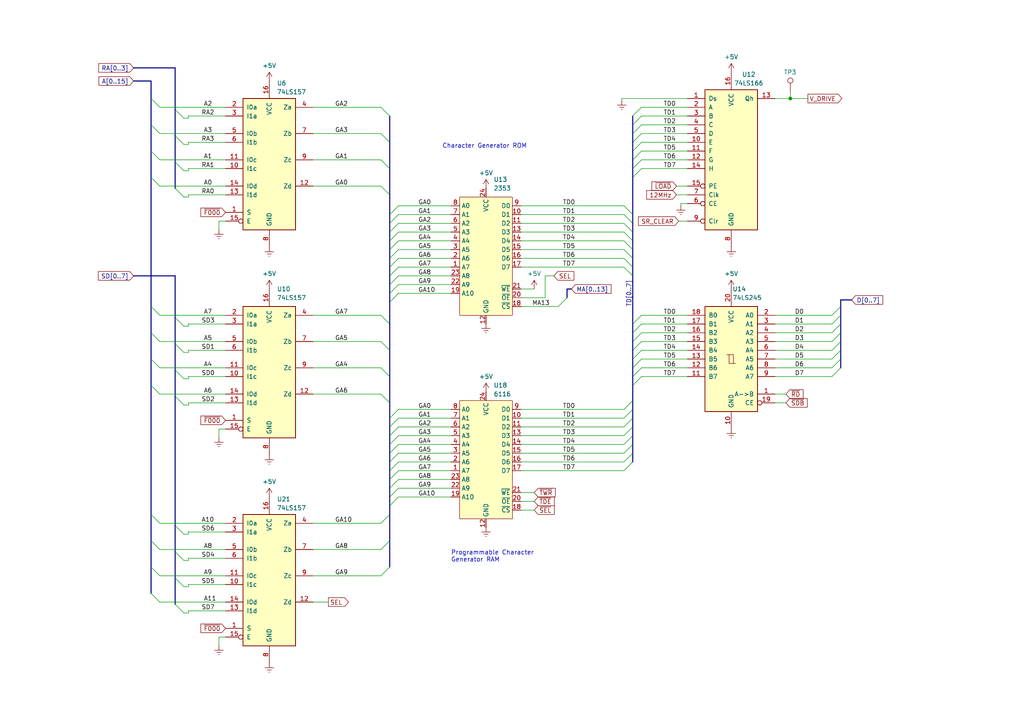
<source format=kicad_sch>
(kicad_sch (version 20230121) (generator eeschema)
  (paper "A4")
  (title_block (title "Microbee Kit") (date "1982") (rev "1") (comment 1 "(c) 1982 OJH MICROWORLD") (comment 2 "Schematic Resrawn by Rhys Weatherley"))
  (lib_symbols
    (symbol "74xx:74LS157" (pin_names (offset 1.016))
      (property "Reference" "U" (at -7.62 19.05 0))
      (property "Value" "74LS157" (at -7.62 -21.59 0))
      (symbol "74LS157_1_0"
        (pin input line (at -12.7 -15.24 0) (length 5.08) (name "S") (number "1"))
        (pin input line (at -12.7 -2.54 0) (length 5.08) (name "I1c") (number "10"))
        (pin input line (at -12.7 0 0) (length 5.08) (name "I0c") (number "11"))
        (pin output line (at 12.7 -7.62 180) (length 5.08) (name "Zd") (number "12"))
        (pin input line (at -12.7 -10.16 0) (length 5.08) (name "I1d") (number "13"))
        (pin input line (at -12.7 -7.62 0) (length 5.08) (name "I0d") (number "14"))
        (pin input inverted (at -12.7 -17.78 0) (length 5.08) (name "E") (number "15"))
        (pin power_in line (at 0 22.86 270) (length 5.08) (name "VCC") (number "16"))
        (pin input line (at -12.7 15.24 0) (length 5.08) (name "I0a") (number "2"))
        (pin input line (at -12.7 12.7 0) (length 5.08) (name "I1a") (number "3"))
        (pin output line (at 12.7 15.24 180) (length 5.08) (name "Za") (number "4"))
        (pin input line (at -12.7 7.62 0) (length 5.08) (name "I0b") (number "5"))
        (pin input line (at -12.7 5.08 0) (length 5.08) (name "I1b") (number "6"))
        (pin output line (at 12.7 7.62 180) (length 5.08) (name "Zb") (number "7"))
        (pin power_in line (at 0 -25.4 90) (length 5.08) (name "GND") (number "8"))
        (pin output line (at 12.7 0 180) (length 5.08) (name "Zc") (number "9"))
      )
      (symbol "74LS157_1_1"
        (rectangle (start -7.62 17.78) (end 7.62 -20.32) (stroke (width 0.254)) (fill (type background)))
      )
    )
    (symbol "74xx:74LS166" (pin_names (offset 1.016))
      (property "Reference" "U" (at -7.62 21.59 0))
      (property "Value" "74LS166" (at -7.62 -21.59 0))
      (symbol "74LS166_1_0"
        (pin input line (at -12.7 17.78 0) (length 5.08) (name "Ds") (number "1"))
        (pin input line (at -12.7 5.08 0) (length 5.08) (name "E") (number "10"))
        (pin input line (at -12.7 2.54 0) (length 5.08) (name "F") (number "11"))
        (pin input line (at -12.7 0 0) (length 5.08) (name "G") (number "12"))
        (pin output line (at 12.7 17.78 180) (length 5.08) (name "Qh") (number "13"))
        (pin input line (at -12.7 -2.54 0) (length 5.08) (name "H") (number "14"))
        (pin input inverted (at -12.7 -7.62 0) (length 5.08) (name "PE") (number "15"))
        (pin power_in line (at 0 25.4 270) (length 5.08) (name "VCC") (number "16"))
        (pin input line (at -12.7 15.24 0) (length 5.08) (name "A") (number "2"))
        (pin input line (at -12.7 12.7 0) (length 5.08) (name "B") (number "3"))
        (pin input line (at -12.7 10.16 0) (length 5.08) (name "C") (number "4"))
        (pin input line (at -12.7 7.62 0) (length 5.08) (name "D") (number "5"))
        (pin input inverted (at -12.7 -12.7 0) (length 5.08) (name "CE") (number "6"))
        (pin input line (at -12.7 -10.16 0) (length 5.08) (name "Clk") (number "7"))
        (pin power_in line (at 0 -25.4 90) (length 5.08) (name "GND") (number "8"))
        (pin input inverted (at -12.7 -17.78 0) (length 5.08) (name "Clr") (number "9"))
      )
      (symbol "74LS166_1_1"
        (rectangle (start -7.62 20.32) (end 7.62 -20.32) (stroke (width 0.254)) (fill (type background)))
      )
    )
    (symbol "74xx:74LS245" (pin_names (offset 1.016))
      (property "Reference" "U" (at -7.62 16.51 0))
      (property "Value" "74LS245" (at -7.62 -16.51 0))
      (symbol "74LS245_1_0"
        (polyline (pts (xy -0.635 -1.27) (xy -0.635 1.27) (xy 0.635 1.27)))
        (polyline (pts (xy -1.27 -1.27) (xy 0.635 -1.27) (xy 0.635 1.27) (xy 1.27 1.27)))
        (pin input line (at -12.7 -10.16 0) (length 5.08) (name "A->B") (number "1"))
        (pin power_in line (at 0 -20.32 90) (length 5.08) (name "GND") (number "10"))
        (pin tri_state line (at 12.7 -5.08 180) (length 5.08) (name "B7") (number "11"))
        (pin tri_state line (at 12.7 -2.54 180) (length 5.08) (name "B6") (number "12"))
        (pin tri_state line (at 12.7 0 180) (length 5.08) (name "B5") (number "13"))
        (pin tri_state line (at 12.7 2.54 180) (length 5.08) (name "B4") (number "14"))
        (pin tri_state line (at 12.7 5.08 180) (length 5.08) (name "B3") (number "15"))
        (pin tri_state line (at 12.7 7.62 180) (length 5.08) (name "B2") (number "16"))
        (pin tri_state line (at 12.7 10.16 180) (length 5.08) (name "B1") (number "17"))
        (pin tri_state line (at 12.7 12.7 180) (length 5.08) (name "B0") (number "18"))
        (pin input inverted (at -12.7 -12.7 0) (length 5.08) (name "CE") (number "19"))
        (pin tri_state line (at -12.7 12.7 0) (length 5.08) (name "A0") (number "2"))
        (pin power_in line (at 0 20.32 270) (length 5.08) (name "VCC") (number "20"))
        (pin tri_state line (at -12.7 10.16 0) (length 5.08) (name "A1") (number "3"))
        (pin tri_state line (at -12.7 7.62 0) (length 5.08) (name "A2") (number "4"))
        (pin tri_state line (at -12.7 5.08 0) (length 5.08) (name "A3") (number "5"))
        (pin tri_state line (at -12.7 2.54 0) (length 5.08) (name "A4") (number "6"))
        (pin tri_state line (at -12.7 0 0) (length 5.08) (name "A5") (number "7"))
        (pin tri_state line (at -12.7 -2.54 0) (length 5.08) (name "A6") (number "8"))
        (pin tri_state line (at -12.7 -5.08 0) (length 5.08) (name "A7") (number "9"))
      )
      (symbol "74LS245_1_1"
        (rectangle (start -7.62 15.24) (end 7.62 -15.24) (stroke (width 0.254)) (fill (type background)))
      )
    )
    (symbol "Connector:TestPoint" (pin_numbers hide) (pin_names (offset 0.762) hide)
      (property "Reference" "TP" (at 0 6.858 0))
      (property "Value" "TestPoint" (at 0 5.08 0))
      (symbol "TestPoint_0_1"
        (circle (center 0 3.302) (radius 0.762))
      )
      (symbol "TestPoint_1_1"
        (pin passive line (at 0 0 90) (length 2.54) (name "1") (number "1"))
      )
    )
    (symbol "RAM_6116:6116_2K_x_8_Static_RAM"
      (property "Reference" "U" (at 3.81 2.54 0))
      (property "Value" "6116" (at 5.08 0 0))
      (symbol "6116_2K_x_8_Static_RAM_1_1"
        (rectangle (start -7.62 -2.54) (end 7.62 -36.83) (fill (type background)))
        (pin input line (at -10.16 -22.86 0) (length 2.54) (name "A7") (number "1"))
        (pin bidirectional line (at 10.16 -7.62 180) (length 2.54) (name "D1") (number "10"))
        (pin bidirectional line (at 10.16 -10.16 180) (length 2.54) (name "D2") (number "11"))
        (pin power_in line (at 0 -39.37 90) (length 2.54) (name "GND") (number "12"))
        (pin bidirectional line (at 10.16 -12.7 180) (length 2.54) (name "D3") (number "13"))
        (pin bidirectional line (at 10.16 -15.24 180) (length 2.54) (name "D4") (number "14"))
        (pin bidirectional line (at 10.16 -17.78 180) (length 2.54) (name "D5") (number "15"))
        (pin bidirectional line (at 10.16 -20.32 180) (length 2.54) (name "D6") (number "16"))
        (pin bidirectional line (at 10.16 -22.86 180) (length 2.54) (name "D7") (number "17"))
        (pin input line (at 10.16 -34.29 180) (length 2.54) (name "~{CS}") (number "18"))
        (pin input line (at -10.16 -30.48 0) (length 2.54) (name "A10") (number "19"))
        (pin input line (at -10.16 -20.32 0) (length 2.54) (name "A6") (number "2"))
        (pin input line (at 10.16 -31.75 180) (length 2.54) (name "~{OE}") (number "20"))
        (pin input line (at 10.16 -29.21 180) (length 2.54) (name "~{WE}") (number "21"))
        (pin input line (at -10.16 -27.94 0) (length 2.54) (name "A9") (number "22"))
        (pin input line (at -10.16 -25.4 0) (length 2.54) (name "A8") (number "23"))
        (pin power_in line (at 0 0 270) (length 2.54) (name "VCC") (number "24"))
        (pin input line (at -10.16 -17.78 0) (length 2.54) (name "A5") (number "3"))
        (pin input line (at -10.16 -15.24 0) (length 2.54) (name "A4") (number "4"))
        (pin input line (at -10.16 -12.7 0) (length 2.54) (name "A3") (number "5"))
        (pin input line (at -10.16 -10.16 0) (length 2.54) (name "A2") (number "6"))
        (pin input line (at -10.16 -7.62 0) (length 2.54) (name "A1") (number "7"))
        (pin input line (at -10.16 -5.08 0) (length 2.54) (name "A0") (number "8"))
        (pin bidirectional line (at 10.16 -5.08 180) (length 2.54) (name "D0") (number "9"))
      )
    )
    (symbol "power:+5V" (power) (pin_names (offset 0))
      (property "Value" "+5V" (at 0 3.556 0))
      (symbol "+5V_0_1"
        (polyline (pts (xy -0.762 1.27) (xy 0 2.54)))
        (polyline (pts (xy 0 0) (xy 0 2.54)))
        (polyline (pts (xy 0 2.54) (xy 0.762 1.27)))
      )
      (symbol "+5V_1_1"
        (pin power_in line (at 0 0 90) (length 0) hide (name "+5V") (number "1"))
      )
    )
    (symbol "power:Earth" (power) (pin_names (offset 0))
      (symbol "Earth_0_1"
        (polyline (pts (xy -0.635 -1.905) (xy 0.635 -1.905)))
        (polyline (pts (xy -0.127 -2.54) (xy 0.127 -2.54)))
        (polyline (pts (xy 0 -1.27) (xy 0 0)))
        (polyline (pts (xy 1.27 -1.27) (xy -1.27 -1.27)))
      )
      (symbol "Earth_1_1"
        (pin power_in line (at 0 0 270) (length 0) hide (name "Earth") (number "1"))
      )
    )
  )
  (junction (at 229.235 28.575))
  (bus_entry (at 50.8 39.37) (size 2.54 2.54))
  (bus_entry (at 110.49 167.005) (size 2.54 -2.54))
  (bus_entry (at 241.3 91.44) (size 2.54 -2.54))
  (bus_entry (at 110.49 106.68) (size 2.54 2.54))
  (bus_entry (at 183.515 69.85) (size -2.54 -2.54))
  (bus_entry (at 241.3 93.98) (size 2.54 -2.54))
  (bus_entry (at 113.03 133.985) (size 2.54 -2.54))
  (bus_entry (at 50.8 160.02) (size 2.54 2.54))
  (bus_entry (at 241.3 96.52) (size 2.54 -2.54))
  (bus_entry (at 43.815 88.9) (size 2.54 2.54))
  (bus_entry (at 183.515 36.195) (size 2.54 -2.54))
  (bus_entry (at 43.815 28.575) (size 2.54 2.54))
  (bus_entry (at 50.8 92.075) (size 2.54 2.54))
  (bus_entry (at 43.815 149.225) (size 2.54 2.54))
  (bus_entry (at 50.8 114.935) (size 2.54 2.54))
  (bus_entry (at 113.03 146.685) (size 2.54 -2.54))
  (bus_entry (at 183.515 64.77) (size -2.54 -2.54))
  (bus_entry (at 113.03 62.23) (size 2.54 -2.54))
  (bus_entry (at 113.03 139.065) (size 2.54 -2.54))
  (bus_entry (at 113.03 82.55) (size 2.54 -2.54))
  (bus_entry (at 113.03 128.905) (size 2.54 -2.54))
  (bus_entry (at 183.515 38.735) (size 2.54 -2.54))
  (bus_entry (at 180.975 128.905) (size 2.54 -2.54))
  (bus_entry (at 43.815 172.085) (size 2.54 2.54))
  (bus_entry (at 183.515 43.815) (size 2.54 -2.54))
  (bus_entry (at 161.925 88.9) (size 2.54 -2.54))
  (bus_entry (at 113.03 64.77) (size 2.54 -2.54))
  (bus_entry (at 183.515 67.31) (size -2.54 -2.54))
  (bus_entry (at 113.03 121.285) (size 2.54 -2.54))
  (bus_entry (at 241.3 99.06) (size 2.54 -2.54))
  (bus_entry (at 113.03 144.145) (size 2.54 -2.54))
  (bus_entry (at 113.03 72.39) (size 2.54 -2.54))
  (bus_entry (at 180.975 131.445) (size 2.54 -2.54))
  (bus_entry (at 113.03 85.09) (size 2.54 -2.54))
  (bus_entry (at 183.515 111.76) (size 2.54 -2.54))
  (bus_entry (at 110.49 151.765) (size 2.54 -2.54))
  (bus_entry (at 113.03 136.525) (size 2.54 -2.54))
  (bus_entry (at 50.8 46.99) (size 2.54 2.54))
  (bus_entry (at 183.515 80.01) (size -2.54 -2.54))
  (bus_entry (at 183.515 96.52) (size 2.54 -2.54))
  (bus_entry (at 50.8 54.61) (size 2.54 2.54))
  (bus_entry (at 113.03 69.85) (size 2.54 -2.54))
  (bus_entry (at 113.03 77.47) (size 2.54 -2.54))
  (bus_entry (at 180.975 126.365) (size 2.54 -2.54))
  (bus_entry (at 110.49 46.355) (size 2.54 2.54))
  (bus_entry (at 241.3 106.68) (size 2.54 -2.54))
  (bus_entry (at 183.515 48.895) (size 2.54 -2.54))
  (bus_entry (at 180.975 121.285) (size 2.54 -2.54))
  (bus_entry (at 113.03 131.445) (size 2.54 -2.54))
  (bus_entry (at 43.815 51.435) (size 2.54 2.54))
  (bus_entry (at 43.815 96.52) (size 2.54 2.54))
  (bus_entry (at 183.515 62.23) (size -2.54 -2.54))
  (bus_entry (at 113.03 67.31) (size 2.54 -2.54))
  (bus_entry (at 183.515 104.14) (size 2.54 -2.54))
  (bus_entry (at 183.515 41.275) (size 2.54 -2.54))
  (bus_entry (at 110.49 114.3) (size 2.54 2.54))
  (bus_entry (at 43.815 164.465) (size 2.54 2.54))
  (bus_entry (at 50.8 167.64) (size 2.54 2.54))
  (bus_entry (at 113.03 126.365) (size 2.54 -2.54))
  (bus_entry (at 183.515 51.435) (size 2.54 -2.54))
  (bus_entry (at 183.515 101.6) (size 2.54 -2.54))
  (bus_entry (at 110.49 31.115) (size 2.54 2.54))
  (bus_entry (at 110.49 38.735) (size 2.54 2.54))
  (bus_entry (at 113.03 123.825) (size 2.54 -2.54))
  (bus_entry (at 183.515 77.47) (size -2.54 -2.54))
  (bus_entry (at 110.49 91.44) (size 2.54 2.54))
  (bus_entry (at 50.8 31.75) (size 2.54 2.54))
  (bus_entry (at 43.815 156.845) (size 2.54 2.54))
  (bus_entry (at 113.03 87.63) (size 2.54 -2.54))
  (bus_entry (at 113.03 80.01) (size 2.54 -2.54))
  (bus_entry (at 43.815 36.195) (size 2.54 2.54))
  (bus_entry (at 180.975 136.525) (size 2.54 -2.54))
  (bus_entry (at 180.975 118.745) (size 2.54 -2.54))
  (bus_entry (at 43.815 111.76) (size 2.54 2.54))
  (bus_entry (at 183.515 33.655) (size 2.54 -2.54))
  (bus_entry (at 241.3 104.14) (size 2.54 -2.54))
  (bus_entry (at 183.515 106.68) (size 2.54 -2.54))
  (bus_entry (at 50.8 107.315) (size 2.54 2.54))
  (bus_entry (at 183.515 72.39) (size -2.54 -2.54))
  (bus_entry (at 183.515 99.06) (size 2.54 -2.54))
  (bus_entry (at 183.515 109.22) (size 2.54 -2.54))
  (bus_entry (at 180.975 133.985) (size 2.54 -2.54))
  (bus_entry (at 50.8 175.26) (size 2.54 2.54))
  (bus_entry (at 113.03 141.605) (size 2.54 -2.54))
  (bus_entry (at 183.515 74.93) (size -2.54 -2.54))
  (bus_entry (at 241.3 101.6) (size 2.54 -2.54))
  (bus_entry (at 110.49 159.385) (size 2.54 -2.54))
  (bus_entry (at 183.515 46.355) (size 2.54 -2.54))
  (bus_entry (at 50.8 152.4) (size 2.54 2.54))
  (bus_entry (at 43.815 104.14) (size 2.54 2.54))
  (bus_entry (at 110.49 99.06) (size 2.54 2.54))
  (bus_entry (at 43.815 43.815) (size 2.54 2.54))
  (bus_entry (at 50.8 99.695) (size 2.54 2.54))
  (bus_entry (at 110.49 53.975) (size 2.54 2.54))
  (bus_entry (at 183.515 93.98) (size 2.54 -2.54))
  (bus_entry (at 241.3 109.22) (size 2.54 -2.54))
  (bus_entry (at 113.03 74.93) (size 2.54 -2.54))
  (bus_entry (at 180.975 123.825) (size 2.54 -2.54))
  (wire (pts (xy 224.79 109.22) (xy 241.3 109.22)))
  (wire (pts (xy 54.61 109.22) (xy 65.405 109.22)))
  (bus (pts (xy 113.03 48.895) (xy 113.03 56.515)))
  (bus (pts (xy 50.8 31.75) (xy 50.8 39.37)))
  (bus (pts (xy 243.84 86.995) (xy 247.015 86.995)))
  (wire (pts (xy 196.85 64.135) (xy 199.39 64.135)))
  (wire (pts (xy 115.57 131.445) (xy 130.81 131.445)))
  (bus (pts (xy 113.03 85.09) (xy 113.03 87.63)))
  (wire (pts (xy 54.61 109.855) (xy 53.34 109.855)))
  (wire (pts (xy 46.355 31.115) (xy 65.405 31.115)))
  (wire (pts (xy 199.39 59.055) (xy 197.485 59.055)))
  (wire (pts (xy 54.61 169.545) (xy 65.405 169.545)))
  (wire (pts (xy 186.055 46.355) (xy 199.39 46.355)))
  (wire (pts (xy 65.405 184.785) (xy 63.5 184.785)))
  (bus (pts (xy 113.03 144.145) (xy 113.03 146.685)))
  (wire (pts (xy 90.805 38.735) (xy 110.49 38.735)))
  (wire (pts (xy 54.61 93.98) (xy 65.405 93.98)))
  (bus (pts (xy 38.735 80.01) (xy 50.8 80.01)))
  (bus (pts (xy 113.03 33.655) (xy 113.03 41.275)))
  (wire (pts (xy 224.79 101.6) (xy 241.3 101.6)))
  (wire (pts (xy 90.805 53.975) (xy 110.49 53.975)))
  (wire (pts (xy 90.805 99.06) (xy 110.49 99.06)))
  (bus (pts (xy 43.815 43.815) (xy 43.815 51.435)))
  (bus (pts (xy 183.515 46.355) (xy 183.515 48.895)))
  (bus (pts (xy 113.03 87.63) (xy 113.03 93.98)))
  (bus (pts (xy 50.8 19.685) (xy 50.8 31.75)))
  (wire (pts (xy 115.57 118.745) (xy 130.81 118.745)))
  (wire (pts (xy 54.61 48.895) (xy 65.405 48.895)))
  (wire (pts (xy 151.13 128.905) (xy 180.975 128.905)))
  (bus (pts (xy 243.84 96.52) (xy 243.84 93.98)))
  (wire (pts (xy 151.13 88.9) (xy 161.925 88.9)))
  (wire (pts (xy 151.13 59.69) (xy 180.975 59.69)))
  (wire (pts (xy 54.61 34.29) (xy 53.34 34.29)))
  (wire (pts (xy 54.61 41.91) (xy 53.34 41.91)))
  (wire (pts (xy 46.355 159.385) (xy 65.405 159.385)))
  (wire (pts (xy 54.61 177.165) (xy 65.405 177.165)))
  (bus (pts (xy 243.84 93.98) (xy 243.84 91.44)))
  (wire (pts (xy 151.13 145.415) (xy 154.94 145.415)))
  (bus (pts (xy 243.84 106.68) (xy 243.84 104.14)))
  (bus (pts (xy 183.515 111.76) (xy 183.515 116.205)))
  (bus (pts (xy 183.515 123.825) (xy 183.515 126.365)))
  (wire (pts (xy 90.805 106.68) (xy 110.49 106.68)))
  (wire (pts (xy 46.355 91.44) (xy 65.405 91.44)))
  (wire (pts (xy 186.055 33.655) (xy 199.39 33.655)))
  (wire (pts (xy 65.405 124.46) (xy 63.5 124.46)))
  (wire (pts (xy 151.13 121.285) (xy 180.975 121.285)))
  (wire (pts (xy 54.61 154.305) (xy 65.405 154.305)))
  (wire (pts (xy 54.61 102.235) (xy 53.34 102.235)))
  (bus (pts (xy 50.8 152.4) (xy 50.8 160.02)))
  (bus (pts (xy 183.515 69.85) (xy 183.515 72.39)))
  (bus (pts (xy 183.515 77.47) (xy 183.515 80.01)))
  (bus (pts (xy 113.03 128.905) (xy 113.03 131.445)))
  (wire (pts (xy 115.57 144.145) (xy 130.81 144.145)))
  (wire (pts (xy 186.055 106.68) (xy 199.39 106.68)))
  (wire (pts (xy 224.79 116.84) (xy 227.965 116.84)))
  (wire (pts (xy 151.13 67.31) (xy 180.975 67.31)))
  (wire (pts (xy 115.57 136.525) (xy 130.81 136.525)))
  (wire (pts (xy 115.57 62.23) (xy 130.81 62.23)))
  (wire (pts (xy 115.57 133.985) (xy 130.81 133.985)))
  (bus (pts (xy 113.03 80.01) (xy 113.03 82.55)))
  (wire (pts (xy 54.61 177.8) (xy 53.34 177.8)))
  (bus (pts (xy 50.8 167.64) (xy 50.8 175.26)))
  (wire (pts (xy 115.57 80.01) (xy 130.81 80.01)))
  (bus (pts (xy 183.515 96.52) (xy 183.515 99.06)))
  (bus (pts (xy 50.8 39.37) (xy 50.8 46.99)))
  (wire (pts (xy 151.13 123.825) (xy 180.975 123.825)))
  (bus (pts (xy 50.8 92.075) (xy 50.8 99.695)))
  (wire (pts (xy 196.215 53.975) (xy 199.39 53.975)))
  (wire (pts (xy 186.055 91.44) (xy 199.39 91.44)))
  (wire (pts (xy 186.055 104.14) (xy 199.39 104.14)))
  (wire (pts (xy 115.57 74.93) (xy 130.81 74.93)))
  (bus (pts (xy 183.515 33.655) (xy 183.515 36.195)))
  (wire (pts (xy 54.61 170.18) (xy 54.61 169.545)))
  (bus (pts (xy 183.515 72.39) (xy 183.515 74.93)))
  (bus (pts (xy 113.03 116.84) (xy 113.03 121.285)))
  (bus (pts (xy 113.03 56.515) (xy 113.03 62.23)))
  (wire (pts (xy 54.61 162.56) (xy 54.61 161.925)))
  (bus (pts (xy 43.815 164.465) (xy 43.815 172.085)))
  (wire (pts (xy 90.805 151.765) (xy 110.49 151.765)))
  (wire (pts (xy 224.79 99.06) (xy 241.3 99.06)))
  (wire (pts (xy 90.805 159.385) (xy 110.49 159.385)))
  (bus (pts (xy 43.815 28.575) (xy 43.815 36.195)))
  (bus (pts (xy 38.735 19.685) (xy 50.8 19.685)))
  (bus (pts (xy 43.815 51.435) (xy 43.815 88.9)))
  (bus (pts (xy 43.815 88.9) (xy 43.815 96.52)))
  (wire (pts (xy 54.61 41.275) (xy 65.405 41.275)))
  (wire (pts (xy 224.79 28.575) (xy 229.235 28.575)))
  (wire (pts (xy 90.805 167.005) (xy 110.49 167.005)))
  (bus (pts (xy 183.515 36.195) (xy 183.515 38.735)))
  (wire (pts (xy 63.5 184.785) (xy 63.5 187.325)))
  (wire (pts (xy 54.61 57.15) (xy 54.61 56.515)))
  (bus (pts (xy 113.03 149.225) (xy 113.03 156.845)))
  (bus (pts (xy 50.8 80.01) (xy 50.8 92.075)))
  (wire (pts (xy 158.115 80.01) (xy 160.655 80.01)))
  (bus (pts (xy 183.515 121.285) (xy 183.515 123.825)))
  (bus (pts (xy 183.515 118.745) (xy 183.515 121.285)))
  (wire (pts (xy 151.13 133.985) (xy 180.975 133.985)))
  (bus (pts (xy 183.515 131.445) (xy 183.515 133.985)))
  (wire (pts (xy 54.61 33.655) (xy 65.405 33.655)))
  (bus (pts (xy 183.515 67.31) (xy 183.515 69.85)))
  (bus (pts (xy 183.515 74.93) (xy 183.515 77.47)))
  (wire (pts (xy 54.61 154.94) (xy 54.61 154.305)))
  (wire (pts (xy 54.61 101.6) (xy 65.405 101.6)))
  (wire (pts (xy 54.61 154.94) (xy 53.34 154.94)))
  (bus (pts (xy 43.815 104.14) (xy 43.815 111.76)))
  (wire (pts (xy 151.13 64.77) (xy 180.975 64.77)))
  (bus (pts (xy 243.84 88.9) (xy 243.84 86.995)))
  (wire (pts (xy 115.57 126.365) (xy 130.81 126.365)))
  (bus (pts (xy 113.03 101.6) (xy 113.03 109.22)))
  (wire (pts (xy 46.355 151.765) (xy 65.405 151.765)))
  (wire (pts (xy 199.39 28.575) (xy 180.34 28.575)))
  (wire (pts (xy 158.115 86.36) (xy 158.115 80.01)))
  (bus (pts (xy 113.03 72.39) (xy 113.03 74.93)))
  (wire (pts (xy 180.34 28.575) (xy 180.34 29.21)))
  (bus (pts (xy 43.815 23.495) (xy 43.815 28.575)))
  (wire (pts (xy 224.79 104.14) (xy 241.3 104.14)))
  (bus (pts (xy 113.03 141.605) (xy 113.03 144.145)))
  (wire (pts (xy 151.13 142.875) (xy 154.94 142.875)))
  (wire (pts (xy 186.055 36.195) (xy 199.39 36.195)))
  (bus (pts (xy 243.84 104.14) (xy 243.84 101.6)))
  (wire (pts (xy 224.79 96.52) (xy 241.3 96.52)))
  (wire (pts (xy 197.485 59.055) (xy 197.485 59.69)))
  (wire (pts (xy 54.61 34.29) (xy 54.61 33.655)))
  (wire (pts (xy 151.13 136.525) (xy 180.975 136.525)))
  (bus (pts (xy 50.8 114.935) (xy 50.8 152.4)))
  (bus (pts (xy 113.03 139.065) (xy 113.03 141.605)))
  (wire (pts (xy 224.79 114.3) (xy 227.965 114.3)))
  (bus (pts (xy 183.515 126.365) (xy 183.515 128.905)))
  (wire (pts (xy 54.61 117.475) (xy 54.61 116.84)))
  (bus (pts (xy 113.03 93.98) (xy 113.03 101.6)))
  (bus (pts (xy 50.8 107.315) (xy 50.8 114.935)))
  (bus (pts (xy 50.8 99.695) (xy 50.8 107.315)))
  (wire (pts (xy 115.57 85.09) (xy 130.81 85.09)))
  (bus (pts (xy 183.515 51.435) (xy 183.515 62.23)))
  (wire (pts (xy 186.055 48.895) (xy 199.39 48.895)))
  (bus (pts (xy 113.03 64.77) (xy 113.03 67.31)))
  (wire (pts (xy 54.61 109.855) (xy 54.61 109.22)))
  (bus (pts (xy 43.815 96.52) (xy 43.815 104.14)))
  (bus (pts (xy 43.815 111.76) (xy 43.815 149.225)))
  (wire (pts (xy 186.055 96.52) (xy 199.39 96.52)))
  (bus (pts (xy 38.735 23.495) (xy 43.815 23.495)))
  (wire (pts (xy 54.61 94.615) (xy 53.34 94.615)))
  (bus (pts (xy 183.515 101.6) (xy 183.515 104.14)))
  (wire (pts (xy 224.79 91.44) (xy 241.3 91.44)))
  (wire (pts (xy 151.13 74.93) (xy 180.975 74.93)))
  (wire (pts (xy 90.805 114.3) (xy 110.49 114.3)))
  (wire (pts (xy 115.57 82.55) (xy 130.81 82.55)))
  (wire (pts (xy 151.13 72.39) (xy 180.975 72.39)))
  (wire (pts (xy 63.5 124.46) (xy 63.5 127)))
  (bus (pts (xy 113.03 156.845) (xy 113.03 164.465)))
  (wire (pts (xy 115.57 121.285) (xy 130.81 121.285)))
  (wire (pts (xy 115.57 139.065) (xy 130.81 139.065)))
  (bus (pts (xy 183.515 128.905) (xy 183.515 131.445)))
  (wire (pts (xy 46.355 174.625) (xy 65.405 174.625)))
  (bus (pts (xy 183.515 64.77) (xy 183.515 67.31)))
  (wire (pts (xy 65.405 64.135) (xy 63.5 64.135)))
  (wire (pts (xy 90.805 174.625) (xy 95.25 174.625)))
  (bus (pts (xy 113.03 136.525) (xy 113.03 139.065)))
  (bus (pts (xy 183.515 43.815) (xy 183.515 46.355)))
  (wire (pts (xy 90.805 91.44) (xy 110.49 91.44)))
  (bus (pts (xy 164.465 86.36) (xy 164.465 83.82)))
  (bus (pts (xy 183.515 38.735) (xy 183.515 41.275)))
  (bus (pts (xy 164.465 83.82) (xy 165.735 83.82)))
  (wire (pts (xy 186.055 31.115) (xy 199.39 31.115)))
  (wire (pts (xy 54.61 49.53) (xy 53.34 49.53)))
  (bus (pts (xy 113.03 74.93) (xy 113.03 77.47)))
  (wire (pts (xy 151.13 77.47) (xy 180.975 77.47)))
  (bus (pts (xy 113.03 67.31) (xy 113.03 69.85)))
  (wire (pts (xy 151.13 62.23) (xy 180.975 62.23)))
  (bus (pts (xy 243.84 99.06) (xy 243.84 96.52)))
  (bus (pts (xy 43.815 36.195) (xy 43.815 43.815)))
  (bus (pts (xy 113.03 146.685) (xy 113.03 149.225)))
  (wire (pts (xy 90.805 46.355) (xy 110.49 46.355)))
  (wire (pts (xy 54.61 170.18) (xy 53.34 170.18)))
  (bus (pts (xy 243.84 91.44) (xy 243.84 88.9)))
  (bus (pts (xy 113.03 126.365) (xy 113.03 128.905)))
  (wire (pts (xy 186.055 101.6) (xy 199.39 101.6)))
  (wire (pts (xy 46.355 106.68) (xy 65.405 106.68)))
  (wire (pts (xy 186.055 43.815) (xy 199.39 43.815)))
  (wire (pts (xy 54.61 49.53) (xy 54.61 48.895)))
  (wire (pts (xy 54.61 161.925) (xy 65.405 161.925)))
  (bus (pts (xy 183.515 62.23) (xy 183.515 64.77)))
  (wire (pts (xy 54.61 177.8) (xy 54.61 177.165)))
  (wire (pts (xy 46.355 38.735) (xy 65.405 38.735)))
  (wire (pts (xy 46.355 99.06) (xy 65.405 99.06)))
  (bus (pts (xy 113.03 62.23) (xy 113.03 64.77)))
  (bus (pts (xy 113.03 77.47) (xy 113.03 80.01)))
  (wire (pts (xy 46.355 53.975) (xy 65.405 53.975)))
  (bus (pts (xy 113.03 82.55) (xy 113.03 85.09)))
  (wire (pts (xy 46.355 46.355) (xy 65.405 46.355)))
  (wire (pts (xy 229.235 26.67) (xy 229.235 28.575)))
  (wire (pts (xy 186.055 93.98) (xy 199.39 93.98)))
  (wire (pts (xy 186.055 41.275) (xy 199.39 41.275)))
  (bus (pts (xy 50.8 160.02) (xy 50.8 167.64)))
  (wire (pts (xy 151.13 86.36) (xy 158.115 86.36)))
  (bus (pts (xy 183.515 48.895) (xy 183.515 51.435)))
  (wire (pts (xy 151.13 147.955) (xy 154.94 147.955)))
  (wire (pts (xy 224.79 93.98) (xy 241.3 93.98)))
  (bus (pts (xy 243.84 101.6) (xy 243.84 99.06)))
  (bus (pts (xy 113.03 133.985) (xy 113.03 136.525)))
  (wire (pts (xy 186.055 109.22) (xy 199.39 109.22)))
  (wire (pts (xy 54.61 116.84) (xy 65.405 116.84)))
  (wire (pts (xy 54.61 41.91) (xy 54.61 41.275)))
  (wire (pts (xy 115.57 77.47) (xy 130.81 77.47)))
  (wire (pts (xy 54.61 57.15) (xy 53.34 57.15)))
  (bus (pts (xy 113.03 121.285) (xy 113.03 123.825)))
  (wire (pts (xy 229.235 28.575) (xy 234.315 28.575)))
  (wire (pts (xy 54.61 56.515) (xy 65.405 56.515)))
  (bus (pts (xy 113.03 131.445) (xy 113.03 133.985)))
  (bus (pts (xy 183.515 41.275) (xy 183.515 43.815)))
  (wire (pts (xy 224.79 106.68) (xy 241.3 106.68)))
  (bus (pts (xy 50.8 46.99) (xy 50.8 54.61)))
  (bus (pts (xy 183.515 104.14) (xy 183.515 106.68)))
  (bus (pts (xy 183.515 80.01) (xy 183.515 93.98)))
  (bus (pts (xy 113.03 41.275) (xy 113.03 48.895)))
  (wire (pts (xy 151.13 131.445) (xy 180.975 131.445)))
  (wire (pts (xy 151.13 83.82) (xy 154.94 83.82)))
  (bus (pts (xy 183.515 93.98) (xy 183.515 96.52)))
  (bus (pts (xy 43.815 149.225) (xy 43.815 156.845)))
  (bus (pts (xy 183.515 99.06) (xy 183.515 101.6)))
  (wire (pts (xy 115.57 141.605) (xy 130.81 141.605)))
  (wire (pts (xy 46.355 167.005) (xy 65.405 167.005)))
  (wire (pts (xy 151.13 126.365) (xy 180.975 126.365)))
  (bus (pts (xy 113.03 69.85) (xy 113.03 72.39)))
  (wire (pts (xy 196.215 56.515) (xy 199.39 56.515)))
  (wire (pts (xy 54.61 117.475) (xy 53.34 117.475)))
  (wire (pts (xy 54.61 94.615) (xy 54.61 93.98)))
  (wire (pts (xy 46.355 114.3) (xy 65.405 114.3)))
  (wire (pts (xy 54.61 102.235) (xy 54.61 101.6)))
  (wire (pts (xy 115.57 123.825) (xy 130.81 123.825)))
  (bus (pts (xy 113.03 123.825) (xy 113.03 126.365)))
  (wire (pts (xy 115.57 59.69) (xy 130.81 59.69)))
  (wire (pts (xy 90.805 31.115) (xy 110.49 31.115)))
  (wire (pts (xy 186.055 38.735) (xy 199.39 38.735)))
  (wire (pts (xy 115.57 72.39) (xy 130.81 72.39)))
  (bus (pts (xy 183.515 116.205) (xy 183.515 118.745)))
  (wire (pts (xy 186.055 99.06) (xy 199.39 99.06)))
  (wire (pts (xy 151.13 69.85) (xy 180.975 69.85)))
  (bus (pts (xy 183.515 106.68) (xy 183.515 109.22)))
  (wire (pts (xy 54.61 162.56) (xy 53.34 162.56)))
  (bus (pts (xy 113.03 109.22) (xy 113.03 116.84)))
  (wire (pts (xy 151.13 118.745) (xy 180.975 118.745)))
  (wire (pts (xy 115.57 67.31) (xy 130.81 67.31)))
  (bus (pts (xy 43.815 156.845) (xy 43.815 164.465)))
  (wire (pts (xy 115.57 128.905) (xy 130.81 128.905)))
  (wire (pts (xy 115.57 64.77) (xy 130.81 64.77)))
  (wire (pts (xy 63.5 64.135) (xy 63.5 66.675)))
  (bus (pts (xy 183.515 109.22) (xy 183.515 111.76)))
  (wire (pts (xy 115.57 69.85) (xy 130.81 69.85)))
  (text "Character Generator ROM" (at 128.27 43.18 0) (effects (font (size 1.27 1.27)) (justify left bottom)))
  (text "Programmable Character\nGenerator RAM" (at 130.81 163.195 0) (effects (font (size 1.27 1.27)) (justify left bottom)))
  (label "TD3" (at 192.405 38.735 0))
  (label "TD0" (at 192.405 31.115 0))
  (label "TD3" (at 163.195 67.31 0))
  (label "GA7" (at 121.285 77.47 0))
  (label "TD5" (at 192.405 104.14 0))
  (label "TD6" (at 163.195 133.985 0))
  (label "GA10" (at 121.285 85.09 0))
  (label "TD1" (at 163.195 121.285 0))
  (label "GA5" (at 97.155 99.06 0))
  (label "GA2" (at 121.285 123.825 0))
  (label "TD2" (at 192.405 36.195 0))
  (label "A8" (at 59.055 159.385 0))
  (label "TD6" (at 163.195 74.93 0))
  (label "GA10" (at 97.155 151.765 0))
  (label "SD7" (at 58.42 177.165 0))
  (label "MA13" (at 154.305 88.9 0))
  (label "SD1" (at 58.42 101.6 0))
  (label "GA9" (at 97.155 167.005 0))
  (label "GA4" (at 121.285 128.905 0))
  (label "D4" (at 230.505 101.6 0))
  (label "RA3" (at 58.42 41.275 0))
  (label "RA0" (at 58.42 56.515 0))
  (label "GA4" (at 97.155 106.68 0))
  (label "A4" (at 59.055 106.68 0))
  (label "TD7" (at 163.195 136.525 0))
  (label "TD5" (at 163.195 72.39 0))
  (label "TD0" (at 163.195 118.745 0))
  (label "D5" (at 230.505 104.14 0))
  (label "TD7" (at 192.405 109.22 0))
  (label "A9" (at 59.055 167.005 0))
  (label "TD4" (at 192.405 41.275 0))
  (label "A7" (at 59.055 91.44 0))
  (label "GA7" (at 121.285 136.525 0))
  (label "D0" (at 230.505 91.44 0))
  (label "A2" (at 59.055 31.115 0))
  (label "GA0" (at 121.285 59.69 0))
  (label "TD3" (at 192.405 99.06 0))
  (label "A5" (at 59.055 99.06 0))
  (label "GA2" (at 97.155 31.115 0))
  (label "TD6" (at 192.405 46.355 0))
  (label "GA3" (at 97.155 38.735 0))
  (label "GA9" (at 121.285 141.605 0))
  (label "TD5" (at 192.405 43.815 0))
  (label "D1" (at 230.505 93.98 0))
  (label "TD7" (at 163.195 77.47 0))
  (label "TD[0..7]" (at 183.515 88.9 90))
  (label "SD2" (at 58.42 116.84 0))
  (label "GA0" (at 97.155 53.975 0))
  (label "GA6" (at 97.155 114.3 0))
  (label "TD0" (at 163.195 59.69 0))
  (label "GA4" (at 121.285 69.85 0))
  (label "GA6" (at 121.285 133.985 0))
  (label "A10" (at 58.42 151.765 0))
  (label "RA1" (at 58.42 48.895 0))
  (label "A3" (at 59.055 38.735 0))
  (label "A6" (at 59.055 114.3 0))
  (label "TD0" (at 192.405 91.44 0))
  (label "SD3" (at 58.42 93.98 0))
  (label "GA8" (at 97.155 159.385 0))
  (label "A0" (at 59.055 53.975 0))
  (label "D7" (at 230.505 109.22 0))
  (label "GA1" (at 97.155 46.355 0))
  (label "GA1" (at 121.285 121.285 0))
  (label "SD5" (at 58.42 169.545 0))
  (label "TD1" (at 192.405 33.655 0))
  (label "GA10" (at 121.285 144.145 0))
  (label "GA5" (at 121.285 72.39 0))
  (label "TD2" (at 163.195 123.825 0))
  (label "TD1" (at 163.195 62.23 0))
  (label "GA6" (at 121.285 74.93 0))
  (label "TD4" (at 163.195 69.85 0))
  (label "TD5" (at 163.195 131.445 0))
  (label "TD6" (at 192.405 106.68 0))
  (label "GA3" (at 121.285 126.365 0))
  (label "GA0" (at 121.285 118.745 0))
  (label "GA1" (at 121.285 62.23 0))
  (label "SD0" (at 58.42 109.22 0))
  (label "GA8" (at 121.285 80.01 0))
  (label "GA3" (at 121.285 67.31 0))
  (label "TD2" (at 163.195 64.77 0))
  (label "D3" (at 230.505 99.06 0))
  (label "RA2" (at 58.42 33.655 0))
  (label "TD4" (at 192.405 101.6 0))
  (label "D2" (at 230.505 96.52 0))
  (label "SD4" (at 58.42 161.925 0))
  (label "GA9" (at 121.285 82.55 0))
  (label "D6" (at 230.505 106.68 0))
  (label "A1" (at 59.055 46.355 0))
  (label "TD1" (at 192.405 93.98 0))
  (label "GA8" (at 121.285 139.065 0))
  (label "SD6" (at 58.42 154.305 0))
  (label "TD3" (at 163.195 126.365 0))
  (label "A11" (at 59.055 174.625 0))
  (label "GA2" (at 121.285 64.77 0))
  (label "TD4" (at 163.195 128.905 0))
  (label "GA5" (at 121.285 131.445 0))
  (label "TD7" (at 192.405 48.895 0))
  (label "TD2" (at 192.405 96.52 0))
  (label "GA7" (at 97.155 91.44 0))
  (global_label "~{SEL}" (shape input) (at 154.94 147.955 0) (property "Intersheetrefs" "${INTERSHEET_REFS}" (effects hide)))
  (global_label "~{TWR}" (shape input) (at 154.94 142.875 0) (property "Intersheetrefs" "${INTERSHEET_REFS}" (effects hide)))
  (global_label "A[0..15]" (shape input) (at 38.735 23.495 180) (property "Intersheetrefs" "${INTERSHEET_REFS}" (effects hide)))
  (global_label "SR_CLEAR" (shape input) (at 196.85 64.135 180) (property "Intersheetrefs" "${INTERSHEET_REFS}" (effects hide)))
  (global_label "~{SDB}" (shape input) (at 227.965 116.84 0) (property "Intersheetrefs" "${INTERSHEET_REFS}" (effects hide)))
  (global_label "SD[0..7]" (shape input) (at 38.735 80.01 180) (property "Intersheetrefs" "${INTERSHEET_REFS}" (effects hide)))
  (global_label "~{F000}" (shape input) (at 65.405 61.595 180) (property "Intersheetrefs" "${INTERSHEET_REFS}" (effects hide)))
  (global_label "~{RD}" (shape input) (at 227.965 114.3 0) (property "Intersheetrefs" "${INTERSHEET_REFS}" (effects hide)))
  (global_label "12MHz" (shape input) (at 196.215 56.515 180) (property "Intersheetrefs" "${INTERSHEET_REFS}" (effects hide)))
  (global_label "~{F000}" (shape input) (at 65.405 121.92 180) (property "Intersheetrefs" "${INTERSHEET_REFS}" (effects hide)))
  (global_label "MA[0..13]" (shape input) (at 165.735 83.82 0) (property "Intersheetrefs" "${INTERSHEET_REFS}" (effects hide)))
  (global_label "RA[0..3]" (shape input) (at 38.735 19.685 180) (property "Intersheetrefs" "${INTERSHEET_REFS}" (effects hide)))
  (global_label "D[0..7]" (shape input) (at 247.015 86.995 0) (property "Intersheetrefs" "${INTERSHEET_REFS}" (effects hide)))
  (global_label "SEL" (shape output) (at 95.25 174.625 0) (property "Intersheetrefs" "${INTERSHEET_REFS}" (effects hide)))
  (global_label "~{TDE}" (shape input) (at 154.94 145.415 0) (property "Intersheetrefs" "${INTERSHEET_REFS}" (effects hide)))
  (global_label "~{LOAD}" (shape input) (at 196.215 53.975 180) (property "Intersheetrefs" "${INTERSHEET_REFS}" (effects hide)))
  (global_label "SEL" (shape input) (at 160.655 80.01 0) (property "Intersheetrefs" "${INTERSHEET_REFS}" (effects hide)))
  (global_label "V_DRIVE" (shape output) (at 234.315 28.575 0) (property "Intersheetrefs" "${INTERSHEET_REFS}" (effects hide)))
  (global_label "~{F000}" (shape input) (at 65.405 182.245 180) (property "Intersheetrefs" "${INTERSHEET_REFS}" (effects hide)))
  (symbol (lib_id "74xx:74LS157") (at 78.105 46.355 0) (unit 1)
    (property "Reference" "U6" (at 80.2991 24.13 0) (effects (justify left)))
    (property "Value" "74LS157" (at 80.2991 26.67 0) (effects (justify left)))
    (property "Footprint" "Package_DIP:DIP-16_W7.62mm" (effects hide))
    (property "Datasheet" "http://www.ti.com/lit/gpn/sn74LS157" (effects hide))
  )
  (symbol (lib_id "power:+5V") (at 78.105 144.145 0) (unit 1)
    (property "Reference" "#PWR0128" (effects hide))
    (property "Value" "+5V" (at 78.105 139.7 0))
  )
  (symbol (lib_id "power:Earth") (at 63.5 187.325 0) (unit 1)
    (property "Reference" "#PWR0123" (effects hide))
    (property "Value" "Earth" (effects hide))
  )
  (symbol (lib_id "power:Earth") (at 180.34 29.21 0) (unit 1)
    (property "Reference" "#PWR0138" (effects hide))
    (property "Value" "Earth" (effects hide))
  )
  (symbol (lib_id "power:Earth") (at 78.105 71.755 0) (unit 1)
    (property "Reference" "#PWR0125" (effects hide))
    (property "Value" "Earth" (effects hide))
  )
  (symbol (lib_id "power:Earth") (at 140.97 153.035 0) (unit 1)
    (property "Reference" "#PWR0130" (effects hide))
    (property "Value" "Earth" (effects hide))
  )
  (symbol (lib_id "Connector:TestPoint") (at 229.235 26.67 0) (unit 1)
    (property "Reference" "TP3" (at 227.33 20.955 0) (effects (justify left)))
    (property "Value" "TestPoint" (effects hide))
  )
  (symbol (lib_id "power:Earth") (at 63.5 127 0) (unit 1)
    (property "Reference" "#PWR0122" (effects hide))
    (property "Value" "Earth" (effects hide))
  )
  (symbol (lib_id "power:+5V") (at 78.105 23.495 0) (unit 1)
    (property "Reference" "#PWR0124" (effects hide))
    (property "Value" "+5V" (at 78.105 19.05 0))
  )
  (symbol (lib_id "power:+5V") (at 212.09 20.955 0) (unit 1)
    (property "Reference" "#PWR0135" (effects hide))
    (property "Value" "+5V" (at 212.09 16.51 0))
  )
  (symbol (lib_id "power:+5V") (at 140.97 54.61 0) (unit 1)
    (property "Reference" "#PWR098" (effects hide))
    (property "Value" "+5V" (at 140.97 50.165 0))
  )
  (symbol (lib_id "power:+5V") (at 78.105 83.82 0) (unit 1)
    (property "Reference" "#PWR0126" (effects hide))
    (property "Value" "+5V" (at 78.105 79.375 0))
  )
  (symbol (lib_id "power:+5V") (at 140.97 113.665 0) (unit 1)
    (property "Reference" "#PWR0119" (effects hide))
    (property "Value" "+5V" (at 140.97 109.22 0))
  )
  (symbol (lib_id "74xx:74LS245") (at 212.09 104.14 0) (mirror y) (unit 1)
    (property "Reference" "U14" (at 212.4359 83.82 0) (effects (justify right)))
    (property "Value" "74LS245" (at 212.4359 86.36 0) (effects (justify right)))
    (property "Footprint" "Package_DIP:DIP-20_W7.62mm" (effects hide))
    (property "Datasheet" "http://www.ti.com/lit/gpn/sn74LS245" (effects hide))
  )
  (symbol (lib_id "power:Earth") (at 78.105 192.405 0) (unit 1)
    (property "Reference" "#PWR0129" (effects hide))
    (property "Value" "Earth" (effects hide))
  )
  (symbol (lib_id "74xx:74LS166") (at 212.09 46.355 0) (unit 1)
    (property "Reference" "U12" (at 217.17 21.59 0))
    (property "Value" "74LS166" (at 217.17 24.13 0))
    (property "Footprint" "Package_DIP:DIP-16_W7.62mm" (effects hide))
    (property "Datasheet" "http://www.ti.com/lit/gpn/sn74LS166" (effects hide))
  )
  (symbol (lib_id "power:Earth") (at 197.485 59.69 0) (unit 1)
    (property "Reference" "#PWR0137" (effects hide))
    (property "Value" "Earth" (effects hide))
  )
  (symbol (lib_id "power:+5V") (at 212.09 83.82 0) (unit 1)
    (property "Reference" "#PWR0133" (effects hide))
    (property "Value" "+5V" (at 212.09 79.375 0))
  )
  (symbol (lib_id "power:Earth") (at 212.09 124.46 0) (unit 1)
    (property "Reference" "#PWR0134" (effects hide))
    (property "Value" "Earth" (effects hide))
  )
  (symbol (lib_id "power:Earth") (at 78.105 132.08 0) (unit 1)
    (property "Reference" "#PWR0127" (effects hide))
    (property "Value" "Earth" (effects hide))
  )
  (symbol (lib_id "power:Earth") (at 212.09 71.755 0) (unit 1)
    (property "Reference" "#PWR0136" (effects hide))
    (property "Value" "Earth" (effects hide))
  )
  (symbol (lib_id "RAM_6116:6116_2K_x_8_Static_RAM") (at 140.97 113.665 0) (unit 1)
    (property "Reference" "U18" (at 143.1641 111.76 0) (effects (justify left)))
    (property "Value" "6116" (at 143.1641 114.3 0) (effects (justify left)))
    (property "Footprint" "Package_DIP:DIP-24_W15.24mm" (effects hide))
  )
  (symbol (lib_id "74xx:74LS157") (at 78.105 106.68 0) (unit 1)
    (property "Reference" "U10" (at 80.2991 83.82 0) (effects (justify left)))
    (property "Value" "74LS157" (at 80.2991 86.36 0) (effects (justify left)))
    (property "Footprint" "Package_DIP:DIP-16_W7.62mm" (effects hide))
    (property "Datasheet" "http://www.ti.com/lit/gpn/sn74LS157" (effects hide))
  )
  (symbol (lib_id "RAM_6116:6116_2K_x_8_Static_RAM") (at 140.97 54.61 0) (unit 1)
    (property "Reference" "U13" (at 143.1641 52.07 0) (effects (justify left)))
    (property "Value" "2353" (at 143.1641 54.61 0) (effects (justify left)))
    (property "Footprint" "Package_DIP:DIP-24_W15.24mm" (effects hide))
  )
  (symbol (lib_id "power:Earth") (at 140.97 93.98 0) (unit 1)
    (property "Reference" "#PWR0131" (effects hide))
    (property "Value" "Earth" (effects hide))
  )
  (symbol (lib_id "power:+5V") (at 154.94 83.82 0) (unit 1)
    (property "Reference" "#PWR0132" (effects hide))
    (property "Value" "+5V" (at 154.94 79.375 0))
  )
  (symbol (lib_id "74xx:74LS157") (at 78.105 167.005 0) (unit 1)
    (property "Reference" "U21" (at 80.2991 144.78 0) (effects (justify left)))
    (property "Value" "74LS157" (at 80.2991 147.32 0) (effects (justify left)))
    (property "Footprint" "Package_DIP:DIP-16_W7.62mm" (effects hide))
    (property "Datasheet" "http://www.ti.com/lit/gpn/sn74LS157" (effects hide))
  )
  (symbol (lib_id "power:Earth") (at 63.5 66.675 0) (unit 1)
    (property "Reference" "#PWR0121" (effects hide))
    (property "Value" "Earth" (effects hide))
  )
)
</source>
